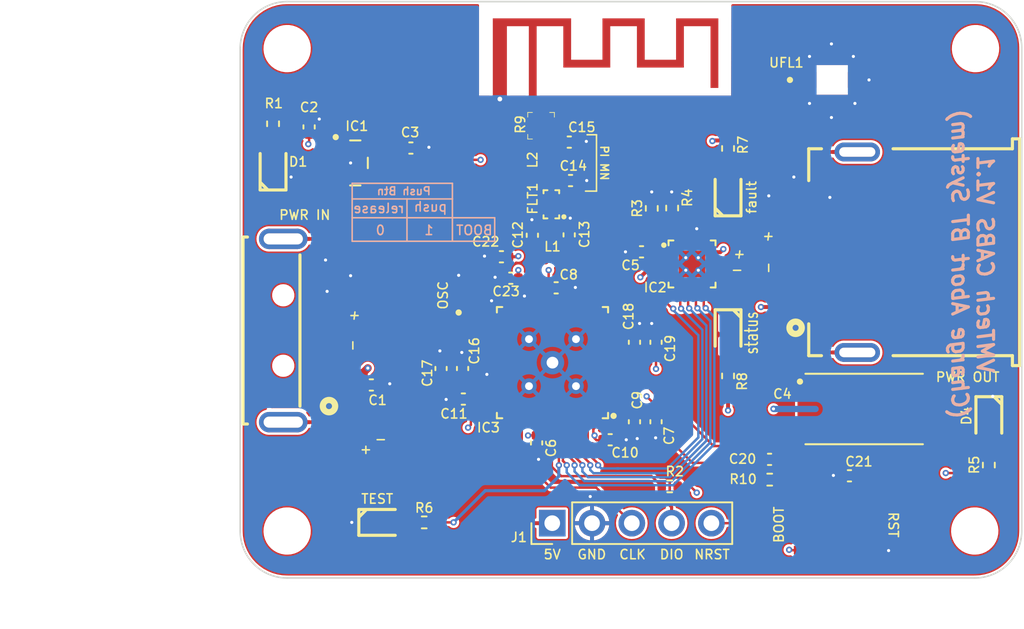
<source format=kicad_pcb>
(kicad_pcb (version 20211014) (generator pcbnew)
  (layers (0 "F.Cu" signal) (1 "In1.Cu" power "GND") (2 "In2.Cu" power "PWR") (31 "B.Cu" signal) (34 "B.Paste" user) (35 "F.Paste" user) (36 "B.SilkS" user "B.Silkscreen") (37 "F.SilkS" user "F.Silkscreen") (38 "B.Mask" user) (39 "F.Mask" user) (44 "Edge.Cuts" user))
  (net 0 "")
  (net 1 "GND")
  (net 2 "+5V")
  (net 3 "+3.3V")
  (net 4 "/PWR_CTR_OUT")
  (net 5 "/NRST")
  (net 6 "/{slash}FAULT")
  (net 7 "/{slash}STATUS")
  (net 8 "/RF")
  (net 9 "/OSC_OUT")
  (net 10 "/OSC_IN")
  (net 11 "/ILIM_SEL")
  (net 12 "/D-")
  (net 13 "/D+")
  (net 14 "/SWDIO")
  (net 15 "/SWCLK")
  (net 16 "/CTL3")
  (net 17 "/CTL2")
  (net 18 "/CTL1")
  (net 19 "/EN")
  (net 20 "/ILIM_HI")
  (net 21 "/ILIM_LO")
  (net 22 "/USB_IN_+")
  (net 23 "/USB_IN_-")
  (net 24 "Net-(D1-Pad2)")
  (net 25 "Net-(D3-Pad2)")
  (net 26 "Net-(D4-Pad2)")
  (net 27 "Net-(D5-Pad2)")
  (net 31 "/LED_TEST")
  (net 53 "/IN_UFL_CON")
  (net 54 "/ANT")
  (net 55 "/MATCH_NET_IN")
  (net 56 "/MATCH_NET_OUT")
  (net 57 "/BOOT0")
  (net 58 "Net-(D2-Pad2)")
  (net 59 "Net-(C13-Pad1)")
  (footprint "Capacitor_SMD:C_0402_1005Metric" (layer "F.Cu") (at 85.625 65.975 180)
    (fp_text reference "C5")
    (fp_text value "0.1u")
  )
  (footprint "Inductor_SMD:L_0402_1005Metric" (layer "F.Cu") (at 79.498 60.19 90)
    (fp_text reference "L2")
    (fp_text value "L" hide)
  )
  (footprint "Capacitor_SMD:C_0402_1005Metric" (layer "F.Cu") (at 77.28 67.66)
    (fp_text reference "C23")
    (fp_text value "100p")
  )
  (footprint "Resistor_SMD:R_0402_1005Metric" (layer "F.Cu") (at 87.58 63.18 -90)
    (fp_text reference "R4")
    (fp_text value "80.6k")
  )
  (footprint "MountingHole:MountingHole_2.7mm_M2.5_ISO14580" (layer "F.Cu") (at 107 82)
    (fp_text reference "H3" hide)
    (fp_text value "MountingHole" hide)
  )
  (footprint "FootprintInternet:KXT311LHS" (layer "F.Cu") (at 100.1 83.4 90)
    (fp_text reference "SW2" hide)
    (fp_text value "RST")
  )
  (footprint "RF_Antenna:Texas_SWRA117D_2.4GHz_Right" (layer "F.Cu") (at 78.68 56.22)
    (fp_text reference "AE1" hide)
    (fp_text value "Antenna_Shield" hide)
  )
  (footprint "Capacitor_SMD:C_0402_1005Metric" (layer "F.Cu") (at 70.9 59.35)
    (fp_text reference "C3")
    (fp_text value "1u")
  )
  (footprint "Capacitor_SMD:C_0402_1005Metric" (layer "F.Cu") (at 64.4 58 90)
    (fp_text reference "C2")
    (fp_text value "1u")
  )
  (footprint "Capacitor_SMD:C_0402_1005Metric" (layer "F.Cu") (at 74.2 73.425 -90)
    (fp_text reference "C16")
    (fp_text value "4.7u")
  )
  (footprint "Resistor_SMD:R_0402_1005Metric" (layer "F.Cu") (at 107.8 79.59 -90)
    (fp_text reference "R5")
    (fp_text value "270")
  )
  (footprint "FootprintInternet:LEDC1608X80N" (layer "F.Cu") (at 91.15 71.25 -90)
    (fp_text reference "D3" hide)
    (fp_text value "status")
  )
  (footprint "Capacitor_SMD:C_0402_1005Metric" (layer "F.Cu") (at 85.175 76.825 90)
    (fp_text reference "C9")
    (fp_text value "0.1u")
  )
  (footprint "FootprintInternet:SOT95P280X145-5N" (layer "F.Cu") (at 67.35 60.3)
    (fp_text reference "IC1")
    (fp_text value "TLV74333PDBVR" hide)
  )
  (footprint "FootprintInternet:QFN50P300X300X80-17N" (layer "F.Cu") (at 88.85 66.75)
    (fp_text reference "IC2")
    (fp_text value "TPS2547RTER" hide)
  )
  (footprint "FootprintInternet:QFN50P700X700X60-49N" (layer "F.Cu") (at 79.94 73.05 180)
    (property "Value" "")
    (fp_text reference "IC3")
    (fp_text value "STM32WB55CCU7" hide)
  )
  (footprint "Capacitor_SMD:C_0402_1005Metric" (layer "F.Cu") (at 74.25 75.375)
    (fp_text reference "C11")
    (fp_text value "0.1u")
  )
  (footprint "FootprintInternet:XTAL_ECS-320-8-37-CKM-TR3" (layer "F.Cu") (at 74.65 68.65)
    (fp_text reference "Y1" hide)
    (fp_text value "OSC")
  )
  (footprint "Capacitor_SMD:C_0402_1005Metric" (layer "F.Cu") (at 81.093 61.425)
    (fp_text reference "C14")
    (fp_text value "1u" hide)
  )
  (footprint "Resistor_SMD:R_0402_1005Metric" (layer "F.Cu") (at 62.1 57.8 90)
    (fp_text reference "R1")
    (fp_text value "270" hide)
  )
  (footprint "FootprintInternet:CAPPM7343X310N" (layer "F.Cu") (at 99.84 76.01)
    (fp_text reference "C4")
    (fp_text value "150u")
  )
  (footprint "Resistor_SMD:R_0402_1005Metric" (layer "F.Cu") (at 71.75 83.25)
    (fp_text reference "R6")
    (fp_text value "270" hide)
  )
  (footprint "Resistor_SMD:R_0402_1005Metric" (layer "F.Cu") (at 91.15 59.375 -90)
    (fp_text reference "R7")
    (fp_text value "2k")
  )
  (footprint "FootprintInternet:GCT_USB1046-XX-XXXX-X-B-X_REVB" (layer "F.Cu") (at 99.4 66 90)
    (fp_text reference "USB-F1" hide)
    (fp_text value "USB1046-GF-0190-L-B-A" hide)
    (fp_line (start 6.1 -0.85) (end 6.1 0.85) (layer "Edge.Cuts") (width 0.01))
    (fp_line (start 6.7 -0.85) (end 6.7 0.85) (layer "Edge.Cuts") (width 0.01))
    (fp_line (start -6.7 0.85) (end -6.7 -0.85) (layer "Edge.Cuts") (width 0.01))
    (fp_line (start -6.1 -0.85) (end -6.1 0.85) (layer "Edge.Cuts") (width 0.01))
    (fp_arc (start 6.4 -1.15) (mid 6.612132 -1.062132) (end 6.7 -0.85) (layer "Edge.Cuts") (width 0.01))
    (fp_arc (start -6.4 -1.15) (mid -6.187868 -1.062132) (end -6.1 -0.85) (layer "Edge.Cuts") (width 0.01))
    (fp_arc (start -6.7 -0.85) (mid -6.612132 -1.062132) (end -6.4 -1.15) (layer "Edge.Cuts") (width 0.01))
    (fp_arc (start 6.7 0.85) (mid 6.612132 1.062132) (end 6.4 1.15) (layer "Edge.Cuts") (width 0.01))
    (fp_arc (start -6.4 1.15) (mid -6.612132 1.062132) (end -6.7 0.85) (layer "Edge.Cuts") (width 0.01))
    (fp_arc (start -6.1 0.85) (mid -6.187868 1.062132) (end -6.4 1.15) (layer "Edge.Cuts") (width 0.01))
    (fp_arc (start 6.1 -0.85) (mid 6.187868 -1.062132) (end 6.4 -1.15) (layer "Edge.Cuts") (width 0.01))
    (fp_arc (start 6.4 1.15) (mid 6.187868 1.062132) (end 6.1 0.85) (layer "Edge.Cuts") (width 0.01))
  )
  (footprint "Capacitor_SMD:C_0402_1005Metric" (layer "F.Cu") (at 85.175 71.75 -90)
    (fp_text reference "C18")
    (fp_text value "1u")
  )
  (footprint "Inductor_SMD:L_0402_1005Metric" (layer "F.Cu") (at 79.87 66.453)
    (fp_text reference "L1")
    (fp_text value "2.7n")
  )
  (footprint "Capacitor_SMD:C_0402_1005Metric" (layer "F.Cu") (at 80.175 68.275 180)
    (fp_text reference "C8")
    (fp_text value "0.1u")
  )
  (footprint "Capacitor_SMD:C_0402_1005Metric" (layer "F.Cu") (at 76.68 66.29)
    (fp_text reference "C22")
    (fp_text value "0.1u")
  )
  (footprint "Resistor_SMD:R_0402_1005Metric" (layer "F.Cu") (at 93.81 80.52 180)
    (fp_text reference "R10")
    (fp_text value "10K")
  )
  (footprint "FootprintInternet:SELECTOR" (layer "F.Cu") (at 78.75 57.925 90)
    (fp_text reference "R9")
    (fp_text value "3_PIN_RES")
  )
  (footprint "Capacitor_SMD:C_0402_1005Metric" (layer "F.Cu") (at 81.013 58.97)
    (fp_text reference "C15")
    (fp_text value "1u")
  )
  (footprint "MountingHole:MountingHole_2.7mm_M2.5_ISO14580" (layer "F.Cu") (at 63 83.8)
    (fp_text reference "H4" hide)
    (fp_text value "MountingHole" hide)
  )
  (footprint "Capacitor_SMD:C_0402_1005Metric" (layer "F.Cu") (at 83.625 77.975 180)
    (fp_text reference "C10")
    (fp_text value "0.1u")
  )
  (footprint "Capacitor_SMD:C_0402_1005Metric" (layer "F.Cu") (at 98.9 80.275 180)
    (fp_text reference "C21")
    (fp_text value "0.1u" hide)
  )
  (footprint "FootprintInternet:LINX_CONMHF1-SMD-G-T" (layer "F.Cu") (at 97.8 55 90)
    (fp_text reference "UFL1")
    (fp_text value "UFL_CONNECTOR" hide)
  )
  (footprint "Resistor_SMD:R_0402_1005Metric" (layer "F.Cu") (at 87.425 80.95)
    (fp_text reference "R2")
    (fp_text value "100K" hide)
  )
  (footprint "Resistor_SMD:R_0402_1005Metric" (layer "F.Cu") (at 86.28 63.2 -90)
    (fp_text reference "R3")
    (fp_text value "16.9k")
  )
  (footprint "FootprintInternet:GCT_USB1061-XX-X-X_REVA" (layer "F.Cu") (at 62.75 71 -90)
    (fp_text reference "USB-M1" hide)
    (fp_text value "USB_A" hide)
    (fp_line (start -5.5 -0.9) (end -5.5 0.9) (layer "Edge.Cuts") (width 0.01))
    (fp_line (start -6.2 0.9) (end -6.2 -0.9) (layer "Edge.Cuts") (width 0.01))
    (fp_line (start 6.2 -0.9) (end 6.2 0.9) (layer "Edge.Cuts") (width 0.01))
    (fp_line (start 5.5 0.9) (end 5.5 -0.9) (layer "Edge.Cuts") (width 0.01))
    (fp_arc (start -5.85 1.25) (mid -6.097487 1.147487) (end -6.2 0.9) (layer "Edge.Cuts") (width 0.01))
    (fp_arc (start 6.2 0.9) (mid 6.097487 1.147487) (end 5.85 1.25) (layer "Edge.Cuts") (width 0.01))
    (fp_arc (start 5.85 1.25) (mid 5.602513 1.147487) (end 5.5 0.9) (layer "Edge.Cuts") (width 0.01))
    (fp_arc (start -5.85 -1.25) (mid -5.602513 -1.147487) (end -5.5 -0.9) (layer "Edge.Cuts") (width 0.01))
    (fp_arc (start 5.85 -1.25) (mid 6.097487 -1.147487) (end 6.2 -0.9) (layer "Edge.Cuts") (width 0.01))
    (fp_arc (start 5.5 -0.9) (mid 5.602513 -1.147487) (end 5.85 -1.25) (layer "Edge.Cuts") (width 0.01))
    (fp_arc (start -5.5 0.9) (mid -5.602513 1.147487) (end -5.85 1.25) (layer "Edge.Cuts") (width 0.01))
    (fp_arc (start -6.2 -0.9) (mid -6.097487 -1.147487) (end -5.85 -1.25) (layer "Edge.Cuts") (width 0.01))
  )
  (footprint "Capacitor_SMD:C_0402_1005Metric" (layer "F.Cu") (at 78.925 78.175 -90)
    (fp_text reference "C6")
    (fp_text value "0.1u")
  )
  (footprint "FootprintInternet:LEDC1608X80N" (layer "F.Cu") (at 69.15 83.25)
    (fp_text reference "D5" hide)
    (fp_text value "TEST")
  )
  (footprint "FootprintInternet:DEA160915LT-1169" (layer "F.Cu") (at 79.8685 62.94 90)
    (fp_text reference "FLT1")
    (fp_text value "DLF162500LT-5028A1")
  )
  (footprint "Connector_PinHeader_2.54mm:PinHeader_1x05_P2.54mm_Vertical" (layer "F.Cu") (at 79.925 83.3 90)
    (fp_text reference "J1")
    (fp_text value "Conn_01x05_Male")
  )
  (footprint "Capacitor_SMD:C_0402_1005Metric" (layer "F.Cu") (at 93.8 79.225)
    (fp_text reference "C20")
    (fp_text value "0.1u" hide)
  )
  (footprint "FootprintInternet:LEDC1608X80N" (layer "F.Cu") (at 91.15 62.1 90)
    (fp_text reference "D2" hide)
    (fp_text value "fault")
  )
  (footprint "Capacitor_SMD:C_0402_1005Metric" (layer "F.Cu") (at 81.005 64.893 90)
    (fp_text reference "C13")
    (fp_text value "0.3p" hide)
  )
  (footprint "Capacitor_SMD:C_0402_1005Metric" (layer "F.Cu") (at 72.825 73.425 -90)
    (fp_text reference "C17")
    (fp_text value "0.1u")
  )
  (footprint "Capacitor_SMD:C_0402_1005Metric" (layer "F.Cu") (at 78.655 64.9168 90)
    (fp_text reference "C12")
    (fp_text value "0.8p")
  )
  (footprint "Capacitor_SMD:C_0402_1005Metric" (layer "F.Cu") (at 86.55 76.825 90)
    (fp_text reference "C7")
    (fp_text value "4.7u")
  )
  (footprint "MountingHole:MountingHole_2.7mm_M2.5_ISO14580" (layer "F.Cu") (at 107 61)
    (fp_text reference "H2" hide)
    (fp_text value "MountingHole" hide)
  )
  (footprint "Capacitor_SMD:C_0402_1005Metric" (layer "F.Cu") (at 86.55 71.75 -90)
    (fp_text reference "C19")
    (fp_text value "10n")
  )
  (footprint "MountingHole:MountingHole_2.7mm_M2.5_ISO14580" (layer "F.Cu") (at 69 52.6)
    (fp_text reference "H1" hide)
    (fp_text value "MountingHole" hide)
  )
  (footprint "Capacitor_SMD:C_0402_1005Metric" (layer "F.Cu") (at 68.375 74.475)
    (fp_text reference "C1")
    (fp_text value "10u")
  )
  (footprint "Resistor_SMD:R_0402_1005Metric" (layer "F.Cu") (at 91.15 73.9 90)
    (fp_text reference "R8")
    (fp_text value "2k")
  )
  (footprint "FootprintInternet:LEDC1608X80N" (layer "F.Cu") (at 62.1 60.45 90)
    (fp_text reference "D1")
    (fp_text value "LED" hide)
  )
  (footprint "FootprintInternet:KXT311LHS" (layer "F.Cu") (at 96.1 83.4 90)
    (fp_text reference "SW1" hide)
    (fp_text value "BOOT")
  )
  (footprint "FootprintInternet:LEDC1608X80N" (layer "F.Cu") (at 107.8 76.8 -90)
    (fp_text reference "D4")
    (fp_text value "LED" hide)
  )
  (gr_line (start 73.55 61.6) (end 67.15 61.6) (layer "B.SilkS") (width 0.1))
  (gr_line (start 67.15 62.6) (end 67.15 63.8) (layer "B.SilkS") (width 0.1))
  (gr_line (start 67.15 63.8) (end 73.55 63.8) (layer "B.SilkS") (width 0.1))
  (gr_line (start 76.25 65.3) (end 67.15 65.3) (layer "B.SilkS") (width 0.1))
  (gr_line (start 76.25 63.8) (end 76.25 65.3) (layer "B.SilkS") (width 0.1))
  (gr_line (start 67.15 62.6) (end 73.55 62.6) (layer "B.SilkS") (width 0.1))
  (gr_line (start 73.55 63.8) (end 76.25 63.8) (layer "B.SilkS") (width 0.1))
  (gr_line (start 73.55 62.6) (end 73.55 61.6) (layer "B.SilkS") (width 0.1))
  (gr_line (start 73.55 63.8) (end 73.55 65.3) (layer "B.SilkS") (width 0.1))
  (gr_line (start 67.15 61.6) (end 67.15 62.6) (layer "B.SilkS") (width 0.1))
  (gr_line (start 70.65 62.6) (end 70.65 63.8) (layer "B.SilkS") (width 0.1))
  (gr_line (start 73.55 63.8) (end 73.55 62.6) (layer "B.SilkS") (width 0.1))
  (gr_line (start 67.15 65.3) (end 67.15 63.8) (layer "B.SilkS") (width 0.1))
  (gr_line (start 70.65 63.8) (end 70.65 65.3) (layer "B.SilkS") (width 0.1))
  (gr_line (start 82.75 58.5) (end 82.75 62.1) (layer "F.SilkS") (width 0.1))
  (gr_line (start 82.75 62.1) (end 82.05 62.1) (layer "F.SilkS") (width 0.1))
  (gr_line (start 82.15 58.5) (end 82.75 58.5) (layer "F.SilkS") (width 0.1))
  (gr_line (start 109.9 53) (end 109.9 83.8) (layer "Edge.Cuts") (width 0.1))
  (gr_arc (start 109.9 83.8) (mid 109.02132 85.92132) (end 106.9 86.8) (layer "Edge.Cuts") (width 0.1))
  (gr_line (start 63 50) (end 107 50) (layer "Edge.Cuts") (width 0.1))
  (gr_arc (start 63 86.8) (mid 60.87868 85.92132) (end 60 83.8) (layer "Edge.Cuts") (width 0.1))
  (gr_arc (start 107 50) (mid 109.07132 50.89939) (end 109.9 53) (layer "Edge.Cuts") (width 0.1))
  (gr_line (start 106.9 86.8) (end 63 86.8) (layer "Edge.Cuts") (width 0.1))
  (gr_arc (start 60 53) (mid 60.87868 50.87868) (end 63 50) (layer "Edge.Cuts") (width 0.1))
  (gr_line (start 60 83.8) (end 60 53) (layer "Edge.Cuts") (width 0.1))
  (gr_text "BOOT" (at 74.95 64.6) (layer "B.SilkS") (effects (font (size 0.6 0.6) (thickness 0.1)) (justify mirror)))
  (gr_text "Push Btn" (at 70.45 62.1) (layer "B.SilkS") (effects (font (size 0.5 0.5) (thickness 0.1)) (justify mirror)))
  (gr_text "push" (at 72.15 63.1) (layer "B.SilkS") (effects (font (size 0.6 0.6) (thickness 0.1)) (justify mirror)))
  (gr_text "release" (at 68.85 63.2) (layer "B.SilkS") (effects (font (size 0.6 0.6) (thickness 0.1)) (justify mirror)))
  (gr_text "VMTech CABS V1.1\n(Charge Abort BT System)" (at 106.75 66.8 -90) (layer "B.SilkS") (effects (font (size 1 1) (thickness 0.2) italic) (justify mirror)))
  (gr_text "0" (at 68.95 64.6) (layer "B.SilkS") (effects (font (size 0.6 0.6) (thickness 0.1)) (justify mirror)))
  (gr_text "1" (at 72.05 64.6) (layer "B.SilkS") (effects (font (size 0.6 0.6) (thickness 0.1)) (justify mirror)))
  (gr_text "5V" (at 79.925 85.3) (layer "F.SilkS") (effects (font (size 0.6 0.6) (thickness 0.1))))
  (gr_text "+" (at 67.275 70) (layer "F.SilkS") (effects (font (size 0.6 0.6) (thickness 0.1) italic)))
  (gr_text "PWR IN" (at 64.125 63.625) (layer "F.SilkS") (effects (font (size 0.6 0.6) (thickness 0.1))))
  (gr_text "+" (at 68.025 78.575) (layer "F.SilkS") (effects (font (size 0.6 0.6) (thickness 0.1))))
  (gr_text "-" (at 67.15 71.975 90) (layer "F.SilkS") (effects (font (size 0.6 0.6) (thickness 0.1) italic)))
  (gr_text "+" (at 93.7 64.95) (layer "F.SilkS") (effects (font (size 0.6 0.6) (thickness 0.1) italic)))
  (gr_text "-" (at 91.75 67.2 180) (layer "F.SilkS") (effects (font (size 0.6 0.6) (thickness 0.1) italic)))
  (gr_text "CLK" (at 85.05 85.3) (layer "F.SilkS") (effects (font (size 0.6 0.6) (thickness 0.1))))
  (gr_text "GND" (at 82.45 85.3) (layer "F.SilkS") (effects (font (size 0.6 0.6) (thickness 0.1))))
  (gr_text "-" (at 68.975 77.925) (layer "F.SilkS") (effects (font (size 0.6 0.6) (thickness 0.1))))
  (gr_text "DIO" (at 87.55 85.3) (layer "F.SilkS") (effects (font (size 0.6 0.6) (thickness 0.1))))
  (gr_text "NRST" (at 90.125 85.3) (layer "F.SilkS") (effects (font (size 0.6 0.6) (thickness 0.1))))
  (gr_text "PWR OUT" (at 106.45 73.975) (layer "F.SilkS") (effects (font (size 0.6 0.6) (thickness 0.1))))
  (gr_text "+" (at 91.85 66.1) (layer "F.SilkS") (effects (font (size 0.6 0.6) (thickness 0.1) italic)))
  (gr_text "PI MN" (at 83.25 60.3 270) (layer "F.SilkS") (effects (font (size 0.5 0.5) (thickness 0.1))))
  (gr_text "-" (at 93.7 67.025 90) (layer "F.SilkS") (effects (font (size 0.6 0.6) (thickness 0.1) italic)))
  (segment (start 78.19 68.84) (end 78.19 69.62) (width 0.1554) (layer "F.Cu") (net 1))
  (segment (start 87.58 62.67) (end 87.58 62.18) (width 0.1554) (layer "F.Cu") (net 1))
  (segment (start 97.8 56.475) (end 97.8 57.35) (width 0.1554) (layer "F.Cu") (net 1))
  (segment (start 86.55 70.825) (end 86.275 70.55) (width 0.2) (layer "F.Cu") (net 1))
  (segment (start 86.28 62.155) (end 86.275 62.15) (width 0.1554) (layer "F.Cu") (net 1))
  (segment (start 65.5 68.45) (end 65.55 68.5) (width 0.1554) (layer "F.Cu") (net 1))
  (segment (start 85.175 77.725) (end 85.35 77.9) (width 0.1554) (layer "F.Cu") (net 1))
  (segment (start 82.465 81.715) (end 82.465 83.3) (width 0.1554) (layer "F.Cu") (net 1))
  (segment (start 73.975 68.125) (end 73.975 67.5) (width 0.2) (layer "F.Cu") (net 1))
  (segment (start 81.493 58.97) (end 82.055 58.97) (width 0.2) (layer "F.Cu") (net 1))
  (segment (start 72.825 72.945) (end 72.825 72.375) (width 0.1554) (layer "F.Cu") (net 1))
  (segment (start 81.375 68.275) (end 81.4 68.25) (width 0.2) (layer "F.Cu") (net 1))
  (segment (start 62.1 61.2) (end 63.25 61.2) (width 0.1554) (layer "F.Cu") (net 1))
  (segment (start 85.175 77.305) (end 85.175 77.725) (width 0.1554) (layer "F.Cu") (net 1))
  (segment (start 97.8 52.75) (end 97.75 52.7) (width 0.1554) (layer "F.Cu") (net 1))
  (segment (start 97.8 53.525) (end 97.8 52.75) (width 0.1554) (layer "F.Cu") (net 1))
  (segment (start 97.8 56.475) (end 96.375 56.475) (width 0.1554) (layer "F.Cu") (net 1))
  (segment (start 99.225 56.475) (end 99.25 56.5) (width 0.1554) (layer "F.Cu") (net 1))
  (segment (start 97.8 57.35) (end 97.75 57.4) (width 0.1554) (layer "F.Cu") (net 1))
  (segment (start 97.8 56.475) (end 99.225 56.475) (width 0.1554) (layer "F.Cu") (net 1))
  (segment (start 99.125 53.525) (end 99.15 53.5) (width 0.1554) (layer "F.Cu") (net 1))
  (segment (start 89.1 65.35) (end 89.1 64.55) (width 0.1554) (layer "F.Cu") (net 1))
  (segment (start 65.5 66.55) (end 65.45 66.5) (width 0.1554) (layer "F.Cu") (net 1))
  (segment (start 76.2 66.29) (end 75.64 66.29) (width 0.2) (layer "F.Cu") (net 1))
  (segment (start 81 63.9) (end 81.005 63.905) (width 0.2) (layer "F.Cu") (net 1))
  (segment (start 98.42 80.275) (end 97.9 80.275) (width 0.1554) (layer "F.Cu") (net 1))
  (segment (start 95.7 62.5) (end 97.65 62.5) (width 0.1554) (layer "F.Cu") (net 1))
  (segment (start 68.855 74.475) (end 69.475 74.475) (width 0.1554) (layer "F.Cu") (net 1))
  (segment (start 66.095 60.3) (end 67.05 60.3) (width 0.1554) (layer "F.Cu") (net 1))
  (segment (start 78.655 63.955) (end 78.655 64.4368) (width 0.2) (layer "F.Cu") (net 1))
  (segment (start 78.925 78.655) (end 78.925 79.1) (width 0.1554) (layer "F.Cu") (net 1))
  (segment (start 107.8 75.45) (end 107.8 76.05) (width 0.1554) (layer "F.Cu") (net 1))
  (segment (start 86.55 77.305) (end 86.55 77.825) (width 0.1554) (layer "F.Cu") (net 1))
  (segment (start 72.825 72.375) (end 72.75 72.3) (width 0.1554) (layer "F.Cu") (net 1))
  (segment (start 78.925 79.1) (end 79.05 79.225) (width 0.1554) (layer "F.Cu") (net 1))
  (segment (start 99.325 55) (end 100.15 55) (width 0.1554) (layer "F.Cu") (net 1))
  (segment (start 72 59.35) (end 72.05 59.3) (width 0.1554) (layer "F.Cu") (net 1))
  (segment (start 97.8 53.525) (end 99.125 53.525) (width 0.1554) (layer "F.Cu") (net 1))
  (segment (start 65.5 67.5) (end 65.5 66.55) (width 0.1554) (layer "F.Cu") (net 1))
  (segment (start 89.1 64.55) (end 89.15 64.5) (width 0.1554) (layer "F.Cu") (net 1))
  (segment (start 93.85 62.5) (end 93.75 62.4) (width 0.1554) (layer "F.Cu") (net 1))
  (segment (start 68.4 83.25) (end 67.125 83.25) (width 0.1554) (layer "F.Cu") (net 1))
  (segment (start 74.2 72.945) (end 74.2 72.45) (width 0.1554) (layer "F.Cu") (net 1))
  (segment (start 81.005 63.905) (end 81.005 64.413) (width 0.2) (layer "F.Cu") (net 1))
  (segment (start 87.58 62.18) (end 87.55 62.15) (width 0.1554) (layer "F.Cu") (net 1))
  (segment (start 95.7 62.5) (end 95.7 61.55) (width 0.1554) (layer "F.Cu") (net 1))
  (segment (start 108.05 75.2) (end 107.8 75.45) (width 0.1554) (layer "F.Cu") (net 1))
  (segment (start 74.2 72.45) (end 74.15 72.4) (width 0.1554) (layer "F.Cu") (net 1))
  (segment (start 71.38 59.35) (end 72 59.35) (width 0.1554) (layer "F.Cu") (net 1))
  (segment (start 85.145 65.975) (end 84.6 65.975) (width 0.2) (layer "F.Cu") (net 1))
  (segment (start 69.475 74.475) (end 69.55 74.4) (width 0.1554) (layer "F.Cu") (net 1))
  (segment (start 76.335 67.66) (end 76.275 67.6) (width 0.2) (layer "F.Cu") (net 1))
  (segment (start 65.5 67.5) (end 65.5 68.45) (width 0.1554) (layer "F.Cu") (net 1))
  (segment (start 75.64 66.29) (end 75.6 66.25) (width 0.2) (layer "F.Cu") (net 1))
  (segment (start 96.375 53.525) (end 96.35 53.5) (width 0.1554) (layer "F.Cu") (net 1))
  (segment (start 96.375 56.475) (end 96.35 56.5) (width 0.1554) (layer "F.Cu") (net 1))
  (segment (start 73.975 67.5) (end 73.95 67.475) (width 0.2) (layer "F.Cu") (net 1))
  (segment (start 65.03 57.52) (end 65.05 57.5) (width 0.1554) (layer "F.Cu") (net 1))
  (segment (start 78.625 63.925) (end 78.655 63.955) (width 0.2) (layer "F.Cu") (net 1))
  (segment (start 65.5 67.5) (end 67.05 67.5) (width 0.1554) (layer "F.Cu") (net 1))
  (segment (start 75.975 69.175) (end 76.05 69.1) (width 0.2) (layer "F.Cu") (net 1))
  (segment (start 82.125 61.425) (end 81.573 61.425) (width 0.2) (layer "F.Cu") (net 1))
  (segment (start 76.51 73.8) (end 75.75 73.8) (width 0.1554) (layer "F.Cu") (net 1))
  (segment (start 80.655 68.275) (end 81.375 68.275) (width 0.1554) (layer "F.Cu") (net 1))
  (segment (start 78.15 68.8) (end 78.19 68.84) (width 0.1554) (layer "F.Cu") (net 1))
  (segment (start 86.28 62.69) (end 86.28 62.155) (width 0.1554) (layer "F.Cu") (net 1))
  (segment (start 95.7 62.5) (end 93.85 62.5) (width 0.1554) (layer "F.Cu") (net 1))
  (segment (start 101.375 85.025) (end 101.4 85.05) (width 0.1554) (layer "F.Cu") (net 1))
  (segment (start 97.8 53.525) (end 96.375 53.525) (width 0.1554) (layer "F.Cu") (net 1))
  (segment (start 86.55 71.27) (end 86.55 70.825) (width 0.2) (layer "F.Cu") (net 1))
  (segment (start 86.55 77.825) (end 86.525 77.85) (width 0.1554) (layer "F.Cu") (net 1))
  (segment (start 73.175 75.375) (end 73.15 75.4) (width 0.1554) (layer "F.Cu") (net 1))
  (segment (start 85.175 71.27) (end 85.175 70.875) (width 0.2) (layer "F.Cu") (net 1))
  (segment (start 82.055 58.97) (end 82.1 58.925) (width 0.2) (layer "F.Cu") (net 1))
  (segment (start 95.7 61.55) (end 95.35 61.2) (width 0.1554) (layer "F.Cu") (net 1))
  (segment (start 73.77 75.375) (end 73.175 75.375) (width 0.1554) (layer "F.Cu") (net 1))
  (segment (start 81.075 63.825) (end 81 63.9) (width 0.2) (layer "F.Cu") (net 1))
  (segment (start 75.325 69.175) (end 75.975 69.175) (width 0.2) (layer "F.Cu") (net 1))
  (segment (start 97.9 80.275) (end 97.875 80.25) (width 0.1554) (layer "F.Cu") (net 1))
  (segment (start 85.175 70.875) (end 85.5 70.55) (width 0.2) (layer "F.Cu") (net 1))
  (segment (start 82.35 81.6) (end 82.465 81.715) (width 0.1554) (layer "F.Cu") (net 1))
  (segment (start 100.1 85.025) (end 101.375 85.025) (width 0.1554) (layer "F.Cu") (net 1))
  (segment (start 64.4 57.52) (end 65.03 57.52) (width 0.1554) (layer "F.Cu") (net 1))
  (segment (start 84.105 77.975) (end 84.65 77.975) (width 0.1554) (layer "F.Cu") (net 1))
  (segment (start 76.8 67.66) (end 76.335 67.66) (width 0.2) (layer "F.Cu") (net 1))
  (via (at 99.25 56.5) (size 0.4) (drill 0.2) (layers "F.Cu" "B.Cu") (net 1))
  (via (at 75.75 73.8) (size 0.4) (drill 0.2) (layers "F.Cu" "B.Cu") (net 1))
  (via (at 95.35 61.2) (size 0.4) (drill 0.2) (layers "F.Cu" "B.Cu") (net 1))
  (via (at 89.15 64.5) (size 0.4) (drill 0.2) (layers "F.Cu" "B.Cu") (net 1))
  (via (at 86.275 70.55) (size 0.4) (drill 0.2) (layers "F.Cu" "B.Cu") (net 1))
  (via (at 108.05 75.2) (size 0.4) (drill 0.2) (layers "F.Cu" "B.Cu") (net 1))
  (via (at 63.25 61.2) (size 0.4) (drill 0.2) (layers "F.Cu" "B.Cu") (net 1))
  (via (at 65.05 57.5) (size 0.4) (drill 0.2) (layers "F.Cu" "B.Cu") (net 1))
  (via (at 69.55 74.4) (size 0.4) (drill 0.2) (layers "F.Cu" "B.Cu") (net 1))
  (via (at 97.65 62.5) (size 0.4) (drill 0.2) (layers "F.Cu" "B.Cu") (net 1))
  (via (at 81.4 68.25) (size 0.4) (drill 0.2) (layers "F.Cu" "B.Cu") (net 1))
  (via (at 82.35 81.6) (size 0.4) (drill 0.2) (layers "F.Cu" "B.Cu") (net 1))
  (via (at 74.15 72.4) (size 0.4) (drill 0.2) (layers "F.Cu" "B.Cu") (net 1))
  (via (at 78.15 68.8) (size 0.4) (drill 0.2) (layers "F.Cu" "B.Cu") (net 1))
  (via (at 67.125 83.25) (size 0.4) (drill 0.2) (layers "F.Cu" "B.Cu") (net 1))
  (via (at 76.05 69.1) (size 0.4) (drill 0.2) (layers "F.Cu" "B.Cu") (net 1))
  (via (at 97.75 52.7) (size 0.4) (drill 0.2) (layers "F.Cu" "B.Cu") (net 1))
  (via (at 72.05 59.3) (size 0.4) (drill 0.2) (layers "F.Cu" "B.Cu") (net 1))
  (via (at 79.05 79.225) (size 0.4) (drill 0.2) (layers "F.Cu" "B.Cu") (net 1))
  (via (at 97.875 80.25) (size 0.4) (drill 0.2) (layers "F.Cu" "B.Cu") (net 1))
  (via (at 100.15 55) (size 0.4) (drill 0.2) (layers "F.Cu" "B.Cu") (net 1))
  (via (at 86.275 62.15) (size 0.4) (drill 0.2) (layers "F.Cu" "B.Cu") (net 1))
  (via (at 78.625 63.925) (size 0.4) (drill 0.2) (layers "F.Cu" "B.Cu") (net 1))
  (via (at 82.1 58.925) (size 0.4) (drill 0.2) (layers "F.Cu" "B.Cu") (net 1))
  (via (at 65.45 66.5) (size 0.4) (drill 0.2) (layers "F.Cu" "B.Cu") (net 1))
  (via (at 86.525 77.85) (size 0.4) (drill 0.2) (layers "F.Cu" "B.Cu") (net 1))
  (via (at 73.15 75.4) (size 0.4) (drill 0.2) (layers "F.Cu" "B.Cu") (net 1))
  (via (at 96.35 56.5) (size 0.4) (drill 0.2) (layers "F.Cu" "B.Cu") (net 1))
  (via (at 82.125 61.425) (size 0.4) (drill 0.2) (layers "F.Cu" "B.Cu") (net 1))
  (via (at 85.5 70.55) (size 0.4) (drill 0.2) (layers "F.Cu" "B.Cu") (net 1))
  (via (at 96.35 53.5) (size 0.4) (drill 0.2) (layers "F.Cu" "B.Cu") (net 1))
  (via (at 85.35 77.9) (size 0.4) (drill 0.2) (layers "F.Cu" "B.Cu") (net 1))
  (via (at 97.75 57.4) (size 0.4) (drill 0.2) (layers "F.Cu" "B.Cu") (net 1))
  (via (at 65.55 68.5) (size 0.4) (drill 0.2) (layers "F.Cu" "B.Cu") (net 1))
  (via (at 93.75 62.4) (size 0.4) (drill 0.2) (layers "F.Cu" "B.Cu") (net 1))
  (via (at 67.05 60.3) (size 0.4) (drill 0.2) (layers "F.Cu" "B.Cu") (net 1))
  (via (at 99.15 53.5) (size 0.4) (drill 0.2) (layers "F.Cu" "B.Cu") (net 1))
  (via (at 101.4 85.05) (size 0.4) (drill 0.2) (layers "F.Cu" "B.Cu") (net 1))
  (via (at 84.65 77.975) (size 0.4) (drill 0.2) (layers "F.Cu" "B.Cu") (net 1))
  (via (at 76.275 67.6) (size 0.4) (drill 0.2) (layers "F.Cu" "B.Cu") (net 1))
  (via (at 84.6 65.975) (size 0.4) (drill 0.2) (layers "F.Cu" "B.Cu") (net 1))
  (via (at 75.6 66.25) (size 0.4) (drill 0.2) (layers "F.Cu" "B.Cu") (net 1))
  (via (at 87.55 62.15) (size 0.4) (drill 0.2) (layers "F.Cu" "B.Cu") (net 1))
  (via (at 67.05 67.5) (size 0.4) (drill 0.2) (layers "F.Cu" "B.Cu") (net 1))
  (via (at 73.95 67.475) (size 0.4) (drill 0.2) (layers "F.Cu" "B.Cu") (net 1))
  (via (at 72.75 72.3) (size 0.4) (drill 0.2) (layers "F.Cu" "B.Cu") (net 1))
  (via (at 81.075 63.825) (size 0.4) (drill 0.2) (layers "F.Cu" "B.Cu") (net 1))
  (segment (start 64.95 59.6) (end 64.95 61) (width 0.1554) (layer "F.Cu") (net 2))
  (segment (start 65.2 61.25) (end 66.095 61.25) (width 0.1554) (layer "F.Cu") (net 2))
  (segment (start 62.1 56.85) (end 62.25 56.7) (width 0.1554) (layer "F.Cu") (net 2))
  (segment (start 65.525 74.475) (end 65.5 74.5) (width 0.25) (layer "F.Cu") (net 2))
  (segment (start 64.4 58.48) (end 64.83 58.48) (width 0.1554) (layer "F.Cu") (net 2))
  (segment (start 63.05 56.9) (end 63.05 57.9) (width 0.1554) (layer "F.Cu") (net 2))
  (segment (start 64.95 58.6) (end 64.95 59.6) (width 0.1554) (layer "F.Cu") (net 2))
  (segment (start 86.05 66.03) (end 86.105 65.975) (width 0.25) (layer "F.Cu") (net 2))
  (segment (start 79.925 83.3) (end 78.15 83.3) (width 0.25) (layer "F.Cu") (net 2))
  (segment (start 67.895 73.655) (end 68.15 73.4) (width 0.5) (layer "F.Cu") (net 2))
  (segment (start 64.83 58.48) (end 64.95 58.6) (width 0.1554) (layer "F.Cu") (net 2))
  (segment (start 64.4 59.05) (end 64.35 59.1) (width 0.1554) (layer "F.Cu") (net 2))
  (segment (start 78.15 83.3) (end 77.95 83.1) (width 0.25) (layer "F.Cu") (net 2))
  (segment (start 64.4 58.48) (end 64.4 59.05) (width 0.1554) (layer "F.Cu") (net 2))
  (segment (start 63.63 58.48) (end 64.4 58.48) (width 0.1554) (layer "F.Cu") (net 2))
  (segment (start 65.2 59.35) (end 64.95 59.6) (width 0.1554) (layer "F.Cu") (net 2))
  (segment (start 86.13 66) (end 86.105 65.975) (width 0.25) (layer "F.Cu") (net 2))
  (segment (start 64.95 61) (end 65.2 61.25) (width 0.1554) (layer "F.Cu") (net 2))
  (segment (start 66.095 59.35) (end 65.2 59.35) (width 0.1554) (layer "F.Cu") (net 2))
  (segment (start 63.05 57.9) (end 63.63 58.48) (width 0.1554) (layer "F.Cu") (net 2))
  (segment (start 87.45 66) (end 86.13 66) (width 0.25) (layer "F.Cu") (net 2))
  (segment (start 62.1 57.29) (end 62.1 56.85) (width 0.1554) (layer "F.Cu") (net 2))
  (segment (start 62.85 56.7) (end 63.05 56.9) (width 0.1554) (layer "F.Cu") (net 2))
  (segment (start 86.05 67.1) (end 86.05 66.03) (width 0.25) (layer "F.Cu") (net 2))
  (segment (start 85.55 67.6) (end 86.05 67.1) (width 0.25) (layer "F.Cu") (net 2))
  (segment (start 91.15 58.865) (end 90.185 58.865) (width 0.25) (layer "F.Cu") (net 2))
  (segment (start 67.895 74.475) (end 67.895 73.655) (width 0.5) (layer "F.Cu") (net 2))
  (segment (start 67.895 74.475) (end 65.525 74.475) (width 0.5) (layer "F.Cu") (net 2))
  (segment (start 90.185 58.865) (end 90.15 58.9) (width 0.25) (layer "F.Cu") (net 2))
  (segment (start 91.15 76.1) (end 91.15 74.41) (width 0.25) (layer "F.Cu") (net 2))
  (segment (start 62.25 56.7) (end 62.85 56.7) (width 0.1554) (layer "F.Cu") (net 2))
  (via (at 85.55 67.6) (size 0.4) (drill 0.2) (layers "F.Cu" "B.Cu") (net 2))
  (via (at 68.15 73.4) (size 0.4) (drill 0.2) (layers "F.Cu" "B.Cu") (net 2))
  (via (at 91.15 76.1) (size 0.4) (drill 0.2) (layers "F.Cu" "B.Cu") (net 2))
  (via (at 64.35 59.1) (size 0.4) (drill 0.2) (layers "F.Cu" "B.Cu") (net 2))
  (via (at 90.15 58.9) (size 0.4) (drill 0.2) (layers "F.Cu" "B.Cu") (net 2))
  (segment (start 85.105 72.3) (end 85.175 72.23) (width 0.1554) (layer "F.Cu") (net 3))
  (segment (start 83.37 72.3) (end 85.105 72.3) (width 0.1554) (layer "F.Cu") (net 3))
  (segment (start 77.685 66.29) (end 77.725 66.25) (width 0.2) (layer "F.Cu") (net 3))
  (segment (start 79.695 68.275) (end 79.6 68.275) (width 0.1554) (layer "F.Cu") (net 3))
  (segment (start 86.55 76.345) (end 86.55 75.8) (width 0.1554) (layer "F.Cu") (net 3))
  (segment (start 77.69 67.73) (end 77.76 67.66) (width 0.1554) (layer "F.Cu") (net 3))
  (segment (start 72.95 74.4) (end 74.05 74.4) (width 0.1554) (layer "F.Cu") (net 3))
  (segment (start 78.925 77.325) (end 78.925 77.695) (width 0.1554) (layer "F.Cu") (net 3))
  (segment (start 72.825 73.905) (end 72.825 74.275) (width 0.1554) (layer "F.Cu") (net 3))
  (segment (start 96.1 85.025) (end 95.075 85.025) (width 0.1554) (layer "F.Cu") (net 3))
  (segment (start 82.625 77.875) (end 82.75 78) (width 0.1554) (layer "F.Cu") (net 3))
  (segment (start 72.825 74.275) (end 72.95 74.4) (width 0.1554) (layer "F.Cu") (net 3))
  (segment (start 74.2 74.25) (end 74.2 73.905) (width 0.1554) (layer "F.Cu") (net 3))
  (segment (start 74.73 77.02) (end 74.73 75.375) (width 0.1554) (layer "F.Cu") (net 3))
  (segment (start 82.69 76.48) (end 82.69 77.16) (width 0.1554) (layer "F.Cu") (net 3))
  (segment (start 86.55 73.45) (end 86.55 72.23) (width 0.1554) (layer "F.Cu") (net 3))
  (segment (start 78.69 76.48) (end 78.69 77.09) (width 0.1554) (layer "F.Cu") (net 3))
  (segment (start 88.75 80.95) (end 87.935 80.95) (width 0.1554) (layer "F.Cu") (net 3))
  (segment (start 79.6 68.275) (end 79.175 68.7) (width 0.1554) (layer "F.Cu") (net 3))
  (segment (start 78.925 77.695) (end 78.3851 77.695) (width 0.1554) (layer "F.Cu") (net 3))
  (segment (start 83.37 75.8) (end 84.75 75.8) (width 0.1554) (layer "F.Cu") (net 3))
  (segment (start 74.805 75.3) (end 74.73 75.375) (width 0.1554) (layer "F.Cu") (net 3))
  (segment (start 95.075 85.025) (end 95.05 85) (width 0.1554) (layer "F.Cu") (net 3))
  (segment (start 76.51 75.3) (end 74.805 75.3) (width 0.1554) (layer "F.Cu") (net 3))
  (segment (start 77.69 69.62) (end 77.69 67.73) (width 0.1554) (layer "F.Cu") (net 3))
  (segment (start 77.16 66.29) (end 77.685 66.29) (width 0.2) (layer "F.Cu") (net 3))
  (segment (start 85.175 76.345) (end 86.55 76.345) (width 0.1554) (layer "F.Cu") (net 3))
  (segment (start 79.175 68.7) (end 79.175 69.605) (width 0.1554) (layer "F.Cu") (net 3))
  (segment (start 82.625 77.7) (end 82.625 77.875) (width 0.1554) (layer "F.Cu") (net 3))
  (segment (start 84.75 75.8) (end 85.175 76.225) (width 0.1554) (layer "F.Cu") (net 3))
  (segment (start 79.175 69.605) (end 79.19 69.62) (width 0.1554) (layer "F.Cu") (net 3))
  (segment (start 77.76 67.14) (end 77.76 67.66) (width 0.2) (layer "F.Cu") (net 3))
  (segment (start 75.15 73.3) (end 74.95 73.5) (width 0.1554) (layer "F.Cu") (net 3))
  (segment (start 82.55 77.625) (end 82.625 77.7) (width 0.1554) (layer "F.Cu") (net 3))
  (segment (start 74.05 74.4) (end 74.2 74.25) (width 0.1554) (layer "F.Cu") (net 3))
  (segment (start 76.51 73.3) (end 75.15 73.3) (width 0.1554) (layer "F.Cu") (net 3))
  (segment (start 76.51 74.3) (end 75.35 74.3) (width 0.1554) (layer "F.Cu") (net 3))
  (segment (start 78.69 77.09) (end 78.925 77.325) (width 0.1554) (layer "F.Cu") (net 3))
  (segment (start 78.3851 77.695) (end 78.3801 77.7) (width 0.1554) (layer "F.Cu") (net 3))
  (segment (start 79.695 67.14) (end 79.695 67.705) (width 0.1554) (layer "F.Cu") (net 3))
  (segment (start 85.175 72.23) (end 86.55 72.23) (width 0.1554) (layer "F.Cu") (net 3))
  (segment (start 70.42 59.35) (end 70.42 59.77) (width 0.1554) (layer "F.Cu") (net 3))
  (segment (start 74.95 73.9) (end 74.205 73.9) (width 0.1554) (layer "F.Cu") (net 3))
  (segment (start 70.42 59.77) (end 70.75 60.1) (width 0.1554) (layer "F.Cu") (net 3))
  (segment (start 82.55 77.3) (end 82.55 77.625) (width 0.1554) (layer "F.Cu") (net 3))
  (segment (start 85.175 76.225) (end 85.175 76.345) (width 0.1554) (layer "F.Cu") (net 3))
  (segment (start 70.75 60.1) (end 75.35 60.1) (width 0.1554) (layer "F.Cu") (net 3))
  (segment (start 79.695 67.705) (end 79.695 68.275) (width 0.1554) (layer "F.Cu") (net 3))
  (segment (start 68.605 59.35) (end 70.42 59.35) (width 0.1554) (layer "F.Cu") (net 3))
  (segment (start 89.15 81.35) (end 88.75 80.95) (width 0.1554) (layer "F.Cu") (net 3))
  (segment (start 75.35 74.3) (end 74.95 73.9) (width 0.1554) (layer "F.Cu") (net 3))
  (segment (start 74.205 73.9) (end 74.2 73.905) (width 0.1554) (layer "F.Cu") (net 3))
  (segment (start 82.69 77.16) (end 82.55 77.3) (width 0.1554) (layer "F.Cu") (net 3))
  (segment (start 74.95 73.5) (end 74.95 73.9) (width 0.1554) (layer "F.Cu") (net 3))
  (segment (start 86.55 75.8) (end 85.95 75.2) (width 0.1554) (layer "F.Cu") (net 3))
  (segment (start 74.55 77.2) (end 74.73 77.02) (width 0.1554) (layer "F.Cu") (net 3))
  (segment (start 82.75 78) (end 83.12 78) (width 0.1554) (layer "F.Cu") (net 3))
  (segment (start 83.12 78) (end 83.145 77.975) (width 0.1554) (layer "F.Cu") (net 3))
  (via (at 74.55 77.2) (size 0.4) (drill 0.2) (layers "F.Cu" "B.Cu") (net 3))
  (via (at 95.05 85) (size 0.4) (drill 0.2) (layers "F.Cu" "B.Cu") (net 3))
  (via (at 78.3801 77.7) (size 0.4) (drill 0.2) (layers "F.Cu" "B.Cu") (net 3))
  (via (at 79.695 67.14) (size 0.4) (drill 0.2) (layers "F.Cu" "B.Cu") (net 3))
  (via (at 85.95 75.2) (size 0.4) (drill 0.2) (layers "F.Cu" "B.Cu") (net 3))
  (via (at 86.55 73.45) (size 0.4) (drill 0.2) (layers "F.Cu" "B.Cu") (net 3))
  (via (at 82.625 77.7) (size 0.4) (drill 0.2) (layers "F.Cu" "B.Cu") (net 3))
  (via (at 89.15 81.35) (size 0.4) (drill 0.2) (layers "F.Cu" "B.Cu") (net 3))
  (via (at 77.76 67.14) (size 0.4) (drill 0.2) (layers "F.Cu" "B.Cu") (net 3))
  (via (at 75.35 60.1) (size 0.4) (drill 0.2) (layers "F.Cu" "B.Cu") (net 3))
  (via (at 77.76 66.25) (size 0.4) (drill 0.2) (layers "F.Cu" "B.Cu") (net 3))
  (segment (start 90.65 66) (end 90.85 65.8) (width 0.25) (layer "F.Cu") (net 4))
  (segment (start 105.05 80.1) (end 107.8 80.1) (width 0.1554) (layer "F.Cu") (net 4))
  (segment (start 93.25 69.5) (end 95.7 69.5) (width 0.25) (layer "F.Cu") (net 4))
  (segment (start 90.25 66) (end 90.65 66) (width 0.25) (layer "F.Cu") (net 4))
  (via (at 105.05 80.1) (size 0.4) (drill 0.2) (layers "F.Cu" "B.Cu") (net 4))
  (via (at 90.85 65.8) (size 0.4) (drill 0.2) (layers "F.Cu" "B.Cu") (net 4))
  (via (at 93.25 69.5) (size 0.4) (drill 0.2) (layers "F.Cu" "B.Cu") (net 4))
  (via (at 94.05 76) (size 0.4) (drill 0.2) (layers "F.Cu" "B.Cu") (net 4))
  (segment (start 94.06 76.01) (end 94.05 76) (width 0.25) (layer "B.Cu") (net 4))
  (segment (start 96.74 76.01) (end 94.06 76.01) (width 0.4) (layer "B.Cu") (net 4))
  (segment (start 101.65 81.775) (end 100.1 81.775) (width 0.1554) (layer "F.Cu") (net 5))
  (segment (start 102.05 81.375) (end 101.65 81.775) (width 0.1554) (layer "F.Cu") (net 5))
  (segment (start 99.38 80.275) (end 101.475 80.275) (width 0.1554) (layer "F.Cu") (net 5))
  (segment (start 99.38 79.63) (end 99.38 80.275) (width 0.1554) (layer "F.Cu") (net 5))
  (segment (start 98.125 78.375) (end 99.38 79.63) (width 0.1554) (layer "F.Cu") (net 5))
  (segment (start 90.225 78.375) (end 98.125 78.375) (width 0.1554) (layer "F.Cu") (net 5))
  (segment (start 101.475 80.275) (end 102.05 80.85) (width 0.1554) (layer "F.Cu") (net 5))
  (segment (start 102.05 80.85) (end 102.05 81.375) (width 0.1554) (layer "F.Cu") (net 5))
  (segment (start 99 81.775) (end 97.475 83.3) (width 0.1554) (layer "F.Cu") (net 5))
  (segment (start 97.475 83.3) (end 90.085 83.3) (width 0.1554) (layer "F.Cu") (net 5))
  (segment (start 84.65 72.8) (end 90.225 78.375) (width 0.1554) (layer "F.Cu") (net 5))
  (segment (start 100.1 81.775) (end 99 81.775) (width 0.1554) (layer "F.Cu") (net 5))
  (segment (start 83.37 72.8) (end 84.65 72.8) (width 0.1554) (layer "F.Cu") (net 5))
  (segment (start 89.6 64.7) (end 91.15 63.15) (width 0.1554) (layer "F.Cu") (net 6))
  (segment (start 89.6 65.35) (end 89.6 64.7) (width 0.1554) (layer "F.Cu") (net 6))
  (segment (start 91.15 63.15) (end 91.15 62.85) (width 0.1554) (layer "F.Cu") (net 6))
  (segment (start 90.85 67.5) (end 91.15 67.8) (width 0.1554) (layer "F.Cu") (net 7))
  (segment (start 91.15 67.8) (end 91.15 70.5) (width 0.1554) (layer "F.Cu") (net 7))
  (segment (start 90.25 67.5) (end 90.85 67.5) (width 0.1554) (layer "F.Cu") (net 7))
  (segment (start 78.65 65.4018) (end 78.655 65.3968) (width 0.2) (layer "F.Cu") (net 8))
  (segment (start 78.69 69.62) (end 78.69 66.666) (width 0.2) (layer "F.Cu") (net 8))
  (segment (start 78.65 66.2) (end 78.65 65.4018) (width 0.2) (layer "F.Cu") (net 8))
  (segment (start 78.903 66.453) (end 78.65 66.2) (width 0.2) (layer "F.Cu") (net 8))
  (segment (start 78.69 66.666) (end 78.903 66.453) (width 0.2) (layer "F.Cu") (net 8))
  (segment (start 79.385 66.453) (end 78.903 66.453) (width 0.2) (layer "F.Cu") (net 8))
  (segment (start 77.19 69.265) (end 77.19 69.62) (width 0.2) (layer "F.Cu") (net 9))
  (segment (start 75.325 68.125) (end 76.05 68.125) (width 0.2) (layer "F.Cu") (net 9))
  (segment (start 76.05 68.125) (end 77.19 69.265) (width 0.2) (layer "F.Cu") (net 9))
  (segment (start 73.975 69.9) (end 74.375 70.3) (width 0.2) (layer "F.Cu") (net 10))
  (segment (start 73.975 69.175) (end 73.975 69.9) (width 0.2) (layer "F.Cu") (net 10))
  (segment (start 74.375 70.3) (end 76.51 70.3) (width 0.2) (layer "F.Cu") (net 10))
  (segment (start 82.19 78.84) (end 82.85 79.5) (width 0.1554) (layer "F.Cu") (net 11))
  (segment (start 87.15 67.5) (end 87.45 67.5) (width 0.1554) (layer "F.Cu") (net 11))
  (segment (start 87.650513 69.603945) (end 87.591445 69.603945) (width 0.1554) (layer "F.Cu") (net 11))
  (segment (start 82.85 79.5) (end 82.85 79.6) (width 0.1554) (layer "F.Cu") (net 11))
  (segment (start 87.591445 69.603945) (end 86.85 68.8625) (width 0.1554) (layer "F.Cu") (net 11))
  (segment (start 86.85 67.8) (end 87.15 67.5) (width 0.1554) (layer "F.Cu") (net 11))
  (segment (start 82.19 76.48) (end 82.19 78.84) (width 0.1554) (layer "F.Cu") (net 11))
  (segment (start 86.85 68.8625) (end 86.85 67.8) (width 0.1554) (layer "F.Cu") (net 11))
  (via (at 87.650513 69.603945) (size 0.4) (drill 0.2) (layers "F.Cu" "B.Cu") (net 11))
  (via (at 82.85 79.6) (size 0.4) (drill 0.2) (layers "F.Cu" "B.Cu") (net 11))
  (segment (start 84.043095 79.806905) (end 84.143095 79.806905) (width 0.1554) (layer "B.Cu") (net 11))
  (segment (start 89.2534 71.3034) (end 87.650513 69.700513) (width 0.1554) (layer "B.Cu") (net 11))
  (segment (start 84.143095 79.806905) (end 87.273335 79.806905) (width 0.1554) (layer "B.Cu") (net 11))
  (segment (start 83.056905 79.806905) (end 84.143095 79.806905) (width 0.1554) (layer "B.Cu") (net 11))
  (segment (start 89.2534 77.82684) (end 89.2534 71.3034) (width 0.1554) (layer "B.Cu") (net 11))
  (segment (start 87.650513 69.700513) (end 87.650513 69.603945) (width 0.1554) (layer "B.Cu") (net 11))
  (segment (start 87.273335 79.806905) (end 89.2534 77.82684) (width 0.1554) (layer "B.Cu") (net 11))
  (segment (start 82.85 79.6) (end 83.056905 79.806905) (width 0.1554) (layer "B.Cu") (net 11))
  (segment locked (start 67.298273 76.274519) (end 67.225314 76.347479) (width 0.1554) (layer "F.Cu") (net 12))
  (segment locked (start 68.146801 77.123047) (end 68.073842 77.196007) (width 0.1554) (layer "F.Cu") (net 12))
  (segment locked (start 67.649578 76.771742) (end 67.649577 76.771743) (width 0.1554) (layer "F.Cu") (net 12))
  (segment locked (start 67.225313 76.771744) (end 67.225313 76.771743) (width 0.1554) (layer "F.Cu") (net 12))
  (segment locked (start 67.298272 76.27452) (end 67.298273 76.274519) (width 0.1554) (layer "F.Cu") (net 12))
  (segment locked (start 64.1293 71.1793) (end 62.27427 71.1793) (width 0.1554) (layer "F.Cu") (net 12))
  (segment locked (start 68.073841 77.620272) (end 68.073841 77.620271) (width 0.1554) (layer "F.Cu") (net 12))
  (segment locked (start 67.298274 75.850255) (end 67.298273 75.850255) (width 0.1554) (layer "F.Cu") (net 12))
  (segment locked (start 69.97427 79.5207) (end 76.62573 79.5207) (width 0.1554) (layer "F.Cu") (net 12))
  (segment locked (start 61.5793 71.87427) (end 61.5793 74.92573) (width 0.1554) (layer "F.Cu") (net 12))
  (segment locked (start 62.27427 71.1793) (end 61.5793 71.87427) (width 0.1554) (layer "F.Cu") (net 12))
  (segment locked (start 77.2607 78.88573) (end 77.2607 76.5507) (width 0.1554) (layer "F.Cu") (net 12))
  (segment locked (start 65.97427 75.5207) (end 66.376785 75.923215) (width 0.1554) (layer "F.Cu") (net 12))
  (segment locked (start 61.5793 74.92573) (end 62.17427 75.5207) (width 0.1554) (layer "F.Cu") (net 12))
  (segment locked (start 62.17427 75.5207) (end 65.97427 75.5207) (width 0.1554) (layer "F.Cu") (net 12))
  (segment locked (start 66.80105 75.923214) (end 66.801049 75.923215) (width 0.1554) (layer "F.Cu") (net 12))
  (segment locked (start 67.649577 76.771743) (end 67.722537 76.698784) (width 0.1554) (layer "F.Cu") (net 12))
  (segment locked (start 76.62573 79.5207) (end 77.2607 78.88573) (width 0.1554) (layer "F.Cu") (net 12))
  (segment locked (start 66.801049 75.923215) (end 66.874009 75.850256) (width 0.1554) (layer "F.Cu") (net 12))
  (segment locked (start 64.95 72) (end 64.1293 71.1793) (width 0.1554) (layer "F.Cu") (net 12))
  (segment locked (start 65.5 72) (end 64.95 72) (width 0.1554) (layer "F.Cu") (net 12))
  (segment locked (start 77.2607 76.5507) (end 77.19 76.48) (width 0.1554) (layer "F.Cu") (net 12))
  (segment locked (start 68.1468 77.123048) (end 68.146801 77.123047) (width 0.1554) (layer "F.Cu") (net 12))
  (segment locked (start 68.073841 77.620271) (end 69.97427 79.5207) (width 0.1554) (layer "F.Cu") (net 12))
  (segment locked (start 68.146802 76.698783) (end 68.146801 76.698783) (width 0.1554) (layer "F.Cu") (net 12))
  (arc locked (start 68.146801 76.698783) (mid 68.23467 76.910917) (end 68.1468 77.123048) (width 0.1554) (layer "F.Cu") (net 12))
  (arc locked (start 67.298273 75.850255) (mid 67.386142 76.062389) (end 67.298272 76.27452) (width 0.1554) (layer "F.Cu") (net 12))
  (arc locked (start 67.225314 76.347479) (mid 67.137444 76.55961) (end 67.225313 76.771744) (width 0.1554) (layer "F.Cu") (net 12))
  (arc locked (start 67.722537 76.698784) (mid 67.934668 76.610914) (end 68.146802 76.698783) (width 0.1554) (layer "F.Cu") (net 12))
  (arc locked (start 66.874009 75.850256) (mid 67.08614 75.762386) (end 67.298274 75.850255) (width 0.1554) (layer "F.Cu") (net 12))
  (arc locked (start 68.073842 77.196007) (mid 67.985972 77.408138) (end 68.073841 77.620272) (width 0.1554) (layer "F.Cu") (net 12))
  (arc locked (start 67.225313 76.771743) (mid 67.437447 76.859612) (end 67.649578 76.771742) (width 0.1554) (layer "F.Cu") (net 12))
  (arc locked (start 66.376785 75.923215) (mid 66.588919 76.011084) (end 66.80105 75.923214) (width 0.1554) (layer "F.Cu") (net 12))
  (segment locked (start 76.77427 79.8793) (end 77.6193 79.03427) (width 0.1554) (layer "F.Cu") (net 13))
  (segment locked (start 61.2207 71.72573) (end 61.2207 75.07427) (width 0.1554) (layer "F.Cu") (net 13))
  (segment locked (start 77.6193 79.03427) (end 77.6193 76.5507) (width 0.1554) (layer "F.Cu") (net 13))
  (segment locked (start 64.1293 70.8207) (end 62.12573 70.8207) (width 0.1554) (layer "F.Cu") (net 13))
  (segment locked (start 65.5 70) (end 64.95 70) (width 0.1554) (layer "F.Cu") (net 13))
  (segment locked (start 77.6193 76.5507) (end 77.69 76.48) (width 0.1554) (layer "F.Cu") (net 13))
  (segment locked (start 61.2207 75.07427) (end 62.02573 75.8793) (width 0.1554) (layer "F.Cu") (net 13))
  (segment locked (start 62.12573 70.8207) (end 61.2207 71.72573) (width 0.1554) (layer "F.Cu") (net 13))
  (segment locked (start 62.02573 75.8793) (end 65.82573 75.8793) (width 0.1554) (layer "F.Cu") (net 13))
  (segment locked (start 65.82573 75.8793) (end 69.82573 79.8793) (width 0.1554) (layer "F.Cu") (net 13))
  (segment locked (start 64.95 70) (end 64.1293 70.8207) (width 0.1554) (layer "F.Cu") (net 13))
  (segment locked (start 69.82573 79.8793) (end 76.77427 79.8793) (width 0.1554) (layer "F.Cu") (net 13))
  (segment (start 79.9 77.675) (end 79.9 79.7) (width 0.1554) (layer "F.Cu") (net 14))
  (segment (start 86.915 80.95) (end 86.915 81.64) (width 0.2) (layer "F.Cu") (net 14))
  (segment (start 87.545 82.27) (end 87.545 83.3) (width 0.2) (layer "F.Cu") (net 14))
  (segment (start 86.915 81.64) (end 87.545 82.27) (width 0.2) (layer "F.Cu") (net 14))
  (segment (start 79.19 76.965) (end 79.9 77.675) (width 0.1554) (layer "F.Cu") (net 14))
  (segment (start 80.4946 80.2946) (end 86.2596 80.2946) (width 0.1554) (layer "F.Cu") (net 14))
  (segment (start 86.2596 80.2946) (end 86.915 80.95) (width 0.1554) (layer "F.Cu") (net 14))
  (segment (start 79.9 79.7) (end 80.4946 80.2946) (width 0.1554) (layer "F.Cu") (net 14))
  (segment (start 79.19 76.48) (end 79.19 76.965) (width 0.1554) (layer "F.Cu") (net 14))
  (segment (start 77.9779 77.1878) (end 77.9779 79.182807) (width 0.1554) (layer "F.Cu") (net 15))
  (segment (start 82.735 81.03) (end 85.005 83.3) (width 0.1554) (layer "F.Cu") (net 15))
  (segment (start 79.825093 81.03) (end 82.735 81.03) (width 0.1554) (layer "F.Cu") (net 15))
  (segment (start 78.19 76.9757) (end 77.9779 77.1878) (width 0.1554) (layer "F.Cu") (net 15))
  (segment (start 77.9779 79.182807) (end 79.825093 81.03) (width 0.1554) (layer "F.Cu") (net 15))
  (segment (start 78.19 76.48) (end 78.19 76.9757) (width 0.1554) (layer "F.Cu") (net 15))
  (segment (start 80.19 77.24262) (end 80.19 76.48) (width 0.1554) (layer "F.Cu") (net 16))
  (segment (start 80.6054 77.65802) (end 80.19 77.24262) (width 0.1554) (layer "F.Cu") (net 16))
  (segment (start 80.841044 79.59487) (end 80.841044 79.556895) (width 0.1554) (layer "F.Cu") (net 16))
  (segment (start 89.6 69.449672) (end 89.722597 69.572269) (width 0.1554) (layer "F.Cu") (net 16))
  (segment (start 89.6 68.15) (end 89.6 69.449672) (width 0.1554) (layer "F.Cu") (net 16))
  (segment (start 80.841044 79.556895) (end 80.6054 79.321251) (width 0.1554) (layer "F.Cu") (net 16))
  (segment (start 80.6054 79.321251) (end 80.6054 77.65802) (width 0.1554) (layer "F.Cu") (net 16))
  (via (at 80.85 79.6) (size 0.4) (drill 0.2) (layers "F.Cu" "B.Cu") (net 16))
  (via (at 89.722597 69.572269) (size 0.4) (drill 0.2) (layers "F.Cu" "B.Cu") (net 16))
  (segment (start 87.65 80.875) (end 90.275 78.25) (width 0.1554) (layer "B.Cu") (net 16))
  (segment (start 80.85 79.6) (end 80.85 80.06119) (width 0.1554) (layer "B.Cu") (net 16))
  (segment (start 81.66381 80.875) (end 87.65 80.875) (width 0.1554) (layer "B.Cu") (net 16))
  (segment (start 90.275 78.25) (end 90.275 70.124672) (width 0.1554) (layer "B.Cu") (net 16))
  (segment (start 80.85 80.06119) (end 81.66381 80.875) (width 0.1554) (layer "B.Cu") (net 16))
  (segment (start 90.275 70.124672) (end 89.722597 69.572269) (width 0.1554) (layer "B.Cu") (net 16))
  (segment (start 80.8608 77.55223) (end 80.8608 78.9108) (width 0.1554) (layer "F.Cu") (net 17))
  (segment (start 80.69 77.38143) (end 80.8608 77.55223) (width 0.1554) (layer "F.Cu") (net 17))
  (segment (start 81.35 79.4) (end 81.35 79.6) (width 0.1554) (layer "F.Cu") (net 17))
  (segment (start 89.193842 69.576957) (end 89.1 69.483115) (width 0.1554) (layer "F.Cu") (net 17))
  (segment (start 80.8608 78.9108) (end 81.35 79.4) (width 0.1554) (layer "F.Cu") (net 17))
  (segment (start 89.1 69.483115) (end 89.1 68.15) (width 0.1554) (layer "F.Cu") (net 17))
  (segment (start 80.69 76.48) (end 80.69 77.38143) (width 0.1554) (layer "F.Cu") (net 17))
  (via (at 81.35 79.6) (size 0.4) (drill 0.2) (layers "F.Cu" "B.Cu") (net 17))
  (via (at 89.193842 69.576957) (size 0.4) (drill 0.2) (layers "F.Cu" "B.Cu") (net 17))
  (segment (start 90.0196 70.402715) (end 89.193842 69.576957) (width 0.1554) (layer "B.Cu") (net 17))
  (segment (start 87.54421 80.6196) (end 90.0196 78.14421) (width 0.1554) (layer "B.Cu") (net 17))
  (segment (start 90.0196 78.14421) (end 90.0196 70.402715) (width 0.1554) (layer "B.Cu") (net 17))
  (segment (start 81.9696 80.6196) (end 87.54421 80.6196) (width 0.1554) (layer "B.Cu") (net 17))
  (segment (start 81.35 80) (end 81.9696 80.6196) (width 0.1554) (layer "B.Cu") (net 17))
  (segment (start 81.35 79.6) (end 81.35 80) (width 0.1554) (layer "B.Cu") (net 17))
  (segment (start 88.6 69.516558) (end 88.666721 69.583279) (width 0.1554) (layer "F.Cu") (net 18))
  (segment (start 81.2 78.88881) (end 81.85 79.53881) (width 0.1554) (layer "F.Cu") (net 18))
  (segment (start 81.19 76.48) (end 81.2 76.49) (width 0.1554) (layer "F.Cu") (net 18))
  (segment (start 81.85 79.53881) (end 81.85 79.6) (width 0.1554) (layer "F.Cu") (net 18))
  (segment (start 88.6 68.15) (end 88.6 69.516558) (width 0.1554) (layer "F.Cu") (net 18))
  (segment (start 81.2 76.49) (end 81.2 78.88881) (width 0.1554) (layer "F.Cu") (net 18))
  (via (at 88.666721 69.583279) (size 0.4) (drill 0.2) (layers "F.Cu" "B.Cu") (net 18))
  (via (at 81.85 79.6) (size 0.4) (drill 0.2) (layers "F.Cu" "B.Cu") (net 18))
  (segment (start 89.7642 70.680758) (end 88.666721 69.583279) (width 0.1554) (layer "B.Cu") (net 18))
  (segment (start 82.2142 80.3642) (end 87.43842 80.3642) (width 0.1554) (layer "B.Cu") (net 18))
  (segment (start 87.43842 80.3642) (end 89.7642 78.03842) (width 0.1554) (layer "B.Cu") (net 18))
  (segment (start 81.85 80) (end 82.2142 80.3642) (width 0.1554) (layer "B.Cu") (net 18))
  (segment (start 89.7642 78.03842) (end 89.7642 70.680758) (width 0.1554) (layer "B.Cu") (net 18))
  (segment (start 81.85 79.6) (end 81.85 80) (width 0.1554) (layer "B.Cu") (net 18))
  (segment (start 88.15 69.6) (end 88.1 69.55) (width 0.1554) (layer "F.Cu") (net 19))
  (segment (start 81.69 76.48) (end 81.69 78.84) (width 0.1554) (layer "F.Cu") (net 19))
  (segment (start 81.69 78.84) (end 82.35 79.5) (width 0.1554) (layer "F.Cu") (net 19))
  (segment (start 82.35 79.5) (end 82.35 79.6) (width 0.1554) (layer "F.Cu") (net 19))
  (segment (start 88.1 69.55) (end 88.1 68.15) (width 0.1554) (layer "F.Cu") (net 19))
  (via (at 82.35 79.6) (size 0.4) (drill 0.2) (layers "F.Cu" "B.Cu") (net 19))
  (via (at 88.15 69.6) (size 0.4) (drill 0.2) (layers "F.Cu" "B.Cu") (net 19))
  (segment (start 83.9838 80.1088) (end 87.33263 80.1088) (width 0.1554) (layer "B.Cu") (net 19))
  (segment (start 82.35 79.9) (end 82.5588 80.1088) (width 0.1554) (layer "B.Cu") (net 19))
  (segment (start 89.5088 77.93263) (end 89.5088 70.9588) (width 0.1554) (layer "B.Cu") (net 19))
  (segment (start 87.33263 80.1088) (end 89.5088 77.93263) (width 0.1554) (layer "B.Cu") (net 19))
  (segment (start 89.5088 70.9588) (end 88.15 69.6) (width 0.1554) (layer "B.Cu") (net 19))
  (segment (start 82.35 79.6) (end 82.35 79.9) (width 0.1554) (layer "B.Cu") (net 19))
  (segment (start 82.5588 80.1088) (end 83.9838 80.1088) (width 0.1554) (layer "B.Cu") (net 19))
  (segment (start 86.75 64.55) (end 87.6 64.55) (width 0.1554) (layer "F.Cu") (net 20))
  (segment (start 88.1 65.05) (end 88.1 65.35) (width 0.1554) (layer "F.Cu") (net 20))
  (segment (start 86.28 64.08) (end 86.75 64.55) (width 0.1554) (layer "F.Cu") (net 20))
  (segment (start 87.6 64.55) (end 88.1 65.05) (width 0.1554) (layer "F.Cu") (net 20))
  (segment (start 86.28 63.71) (end 86.28 64.08) (width 0.1554) (layer "F.Cu") (net 20))
  (segment (start 87.58 63.69) (end 87.58 63.93) (width 0.1554) (layer "F.Cu") (net 21))
  (segment (start 87.58 63.93) (end 88.6 64.95) (width 0.1554) (layer "F.Cu") (net 21))
  (segment (start 88.6 64.95) (end 88.6 65.35) (width 0.1554) (layer "F.Cu") (net 21))
  (segment (start 90.3207 66.9293) (end 90.25 67) (width 0.1554) (layer "F.Cu") (net 22))
  (segment (start 93.486041 63.789002) (end 93.0293 64.245743) (width 0.1554) (layer "F.Cu") (net 22))
  (segment (start 98.9707 64.155596) (end 98.604106 63.789002) (width 0.1554) (layer "F.Cu") (net 22))
  (segment (start 96.55 65) (end 97.3707 65.8207) (width 0.1554) (layer "F.Cu") (net 22))
  (segment (start 97.3707 65.8207) (end 98.37573 65.8207) (width 0.1554) (layer "F.Cu") (net 22))
  (segment (start 98.9707 65.22573) (end 98.9707 64.155596) (width 0.1554) (layer "F.Cu") (net 22))
  (segment (start 95.7 65) (end 96.55 65) (width 0.1554) (layer "F.Cu") (net 22))
  (segment (start 93.0293 64.245743) (end 93.0293 65.97427) (width 0.1554) (layer "F.Cu") (net 22))
  (segment (start 98.37573 65.8207) (end 98.9707 65.22573) (width 0.1554) (layer "F.Cu") (net 22))
  (segment (start 93.0293 65.97427) (end 92.07427 66.9293) (width 0.1554) (layer "F.Cu") (net 22))
  (segment (start 98.604106 63.789002) (end 93.486041 63.789002) (width 0.1554) (layer "F.Cu") (net 22))
  (segment (start 92.07427 66.9293) (end 90.3207 66.9293) (width 0.1554) (layer "F.Cu") (net 22))
  (segment (start 99.3293 65.37427) (end 99.3293 64.007056) (width 0.1554) (layer "F.Cu") (net 23))
  (segment (start 96.55 67) (end 97.3707 66.1793) (width 0.1554) (layer "F.Cu") (net 23))
  (segment (start 92.6707 65.82573) (end 91.92573 66.5707) (width 0.1554) (layer "F.Cu") (net 23))
  (segment (start 91.92573 66.5707) (end 90.3207 66.5707) (width 0.1554) (layer "F.Cu") (net 23))
  (segment (start 95.7 67) (end 96.55 67) (width 0.1554) (layer "F.Cu") (net 23))
  (segment (start 97.3707 66.1793) (end 98.52427 66.1793) (width 0.1554) (layer "F.Cu") (net 23))
  (segment (start 98.52427 66.1793) (end 99.3293 65.37427) (width 0.1554) (layer "F.Cu") (net 23))
  (segment (start 99.3293 64.007056) (end 98.752646 63.430402) (width 0.1554) (layer "F.Cu") (net 23))
  (segment (start 93.337501 63.430402) (end 92.6707 64.097203) (width 0.1554) (layer "F.Cu") (net 23))
  (segment (start 92.6707 64.097203) (end 92.6707 65.82573) (width 0.1554) (layer "F.Cu") (net 23))
  (segment (start 98.752646 63.430402) (end 93.337501 63.430402) (width 0.1554) (layer "F.Cu") (net 23))
  (segment (start 90.3207 66.5707) (end 90.25 66.5) (width 0.1554) (layer "F.Cu") (net 23))
  (segment (start 62.1 58.31) (end 62.1 59.7) (width 0.1554) (layer "F.Cu") (net 24))
  (segment (start 91.15 72) (end 91.15 73.39) (width 0.2) (layer "F.Cu") (net 25))
  (segment (start 107.8 77.55) (end 107.8 79.08) (width 0.1554) (layer "F.Cu") (net 26))
  (segment (start 71.24 83.25) (end 69.9 83.25) (width 0.1554) (layer "F.Cu") (net 27))
  (segment (start 73.625 83.25) (end 72.26 83.25) (width 0.1554) (layer "F.Cu") (net 31))
  (segment (start 79.69 77.10381) (end 79.69 76.48) (width 0.1554) (layer "F.Cu") (net 31))
  (segment (start 80.35 79.6) (end 80.35 77.76381) (width 0.1554) (layer "F.Cu") (net 31))
  (segment (start 80.341721 79.608279) (end 80.35 79.6) (width 0.1554) (layer "F.Cu") (net 31))
  (segment (start 80.35 77.76381) (end 79.69 77.10381) (width 0.1554) (layer "F.Cu") (net 31))
  (via (at 80.35 79.6) (size 0.4) (drill 0.2) (layers "F.Cu" "B.Cu") (net 31))
  (via (at 73.625 83.25) (size 0.4) (drill 0.2) (layers "F.Cu" "B.Cu") (net 31))
  (segment (start 80.341721 80.308279) (end 79.425 81.225) (width 0.2) (layer "B.Cu") (net 31))
  (segment (start 80.341721 79.608279) (end 80.341721 80.308279) (width 0.2) (layer "B.Cu") (net 31))
  (segment (start 75.65 81.225) (end 73.625 83.25) (width 0.2) (layer "B.Cu") (net 31))
  (segment (start 79.425 81.225) (end 75.65 81.225) (width 0.2) (layer "B.Cu") (net 31))
  (segment (start 96.275 55) (end 94.6 55) (width 0.25) (layer "F.Cu") (net 53))
  (segment (start 79.705 57.5) (end 79.67 57.465) (width 0.25) (layer "F.Cu") (net 53))
  (segment (start 92.1 57.5) (end 79.705 57.5) (width 0.25) (layer "F.Cu") (net 53))
  (segment (start 94.6 55) (end 92.1 57.5) (width 0.25) (layer "F.Cu") (net 53))
  (segment (start 78.75 56.29) (end 78.68 56.22) (width 0.25) (layer "F.Cu") (net 54))
  (segment (start 78.75 57.465) (end 78.75 56.29) (width 0.25) (layer "F.Cu") (net 54))
  (segment (start 79.2775 62.3275) (end 79.05 62.1) (width 0.2) (layer "F.Cu") (net 55))
  (segment (start 79.498 61.298) (end 79.7 61.5) (width 0.2) (layer "F.Cu") (net 55))
  (segment (start 79.8685 62.3275) (end 79.2775 62.3275) (width 0.2) (layer "F.Cu") (net 55))
  (segment (start 79.05 62.1) (end 79.05 61.746) (width 0.2) (layer "F.Cu") (net 55))
  (segment (start 80.538 61.5) (end 80.613 61.425) (width 0.2) (layer "F.Cu") (net 55))
  (segment (start 79.7 61.5) (end 80.538 61.5) (width 0.2) (layer "F.Cu") (net 55))
  (segment (start 79.05 61.746) (end 79.498 61.298) (width 0.2) (layer "F.Cu") (net 55))
  (segment (start 79.498 60.675) (end 79.498 61.298) (width 0.2) (layer "F.Cu") (net 55))
  (segment (start 78.75 58.385) (end 79.195 58.385) (width 0.25) (layer "F.Cu") (net 56))
  (segment (start 79.498 59.252) (end 79.78 58.97) (width 0.25) (layer "F.Cu") (net 56))
  (segment (start 79.78 58.97) (end 80.533 58.97) (width 0.25) (layer "F.Cu") (net 56))
  (segment (start 79.195 58.385) (end 79.78 58.97) (width 0.25) (layer "F.Cu") (net 56))
  (segment (start 79.498 59.705) (end 79.498 59.252) (width 0.25) (layer "F.Cu") (net 56))
  (segment (start 85.725 74.3) (end 87.675 76.25) (width 0.1554) (layer "F.Cu") (net 57))
  (segment (start 92.725 80.515) (end 92.73 80.52) (width 0.1554) (layer "F.Cu") (net 57))
  (segment (start 92.95 79.225) (end 92.725 79.45) (width 0.1554) (layer "F.Cu") (net 57))
  (segment (start 83.37 74.3) (end 85.725 74.3) (width 0.1554) (layer "F.Cu") (net 57))
  (segment (start 92.25 81.45) (end 92.575 81.775) (width 0.1554) (layer "F.Cu") (net 57))
  (segment (start 93.32 79.225) (end 92.95 79.225) (width 0.1554) (layer "F.Cu") (net 57))
  (segment (start 88.875 79.45) (end 92.725 79.45) (width 0.1554) (layer "F.Cu") (net 57))
  (segment (start 87.675 76.25) (end 87.675 78.25) (width 0.1554) (layer "F.Cu") (net 57))
  (segment (start 92.73 80.52) (end 92.25 81) (width 0.1554) (layer "F.Cu") (net 57))
  (segment (start 87.675 78.25) (end 88.875 79.45) (width 0.1554) (layer "F.Cu") (net 57))
  (segment (start 92.575 81.775) (end 96.1 81.775) (width 0.1554) (layer "F.Cu") (net 57))
  (segment (start 92.25 81) (end 92.25 81.45) (width 0.1554) (layer "F.Cu") (net 57))
  (segment (start 93.3 80.52) (end 92.73 80.52) (width 0.1554) (layer "F.Cu") (net 57))
  (segment (start 92.725 79.45) (end 92.725 80.515) (width 0.1554) (layer "F.Cu") (net 57))
  (segment (start 91.15 61.35) (end 91.15 59.885) (width 0.1554) (layer "F.Cu") (net 58))
  (segment (start 80.797 66.453) (end 81.005 66.245) (width 0.2) (layer "F.Cu") (net 59))
  (segment (start 80.355 66.453) (end 80.797 66.453) (width 0.2) (layer "F.Cu") (net 59))
  (segment (start 81.005 66.245) (end 81.005 65.373) (width 0.2) (layer "F.Cu") (net 59))
  (segment (start 80.3 66.398) (end 80.3 65.75) (width 0.2) (layer "F.Cu") (net 59))
  (segment (start 79.8685 63.5525) (end 79.8685 65.3185) (width 0.2) (layer "F.Cu") (net 59))
  (segment (start 80.355 66.453) (end 80.3 66.398) (width 0.2) (layer "F.Cu") (net 59))
  (segment (start 79.8685 65.3185) (end 80.3 65.75) (width 0.2) (layer "F.Cu") (net 59))
  (zone (net 1) (net_name "GND") (layer "F.Cu") (name "GND") (connect_pads (clearance 0.157)) (min_thickness 0.157) (fill yes (thermal_gap 0.254) (thermal_bridge_width 0.254))
    (polygon (pts (xy 109.957173 86.803562) (xy 59.95 86.8) (xy 59.95 50) (xy 75.25 50) (xy 75.25 56) (xy 91.35 56) (xy 91.361545 50.015564) (xy 109.868718 49.919126)))
  )
  (zone (net 1) (net_name "GND") (layer "B.Cu") (name "GND") (connect_pads (clearance 0.254)) (min_thickness 0.254) (fill yes (thermal_gap 0.254) (thermal_bridge_width 0.254))
    (polygon (pts (xy 109.943612 86.803597) (xy 59.95 86.8) (xy 59.95 50) (xy 75.25 50) (xy 75.25 56) (xy 91.35 56) (xy 91.361788 50.061356) (xy 109.8554 49.964953)))
  )
)
</source>
